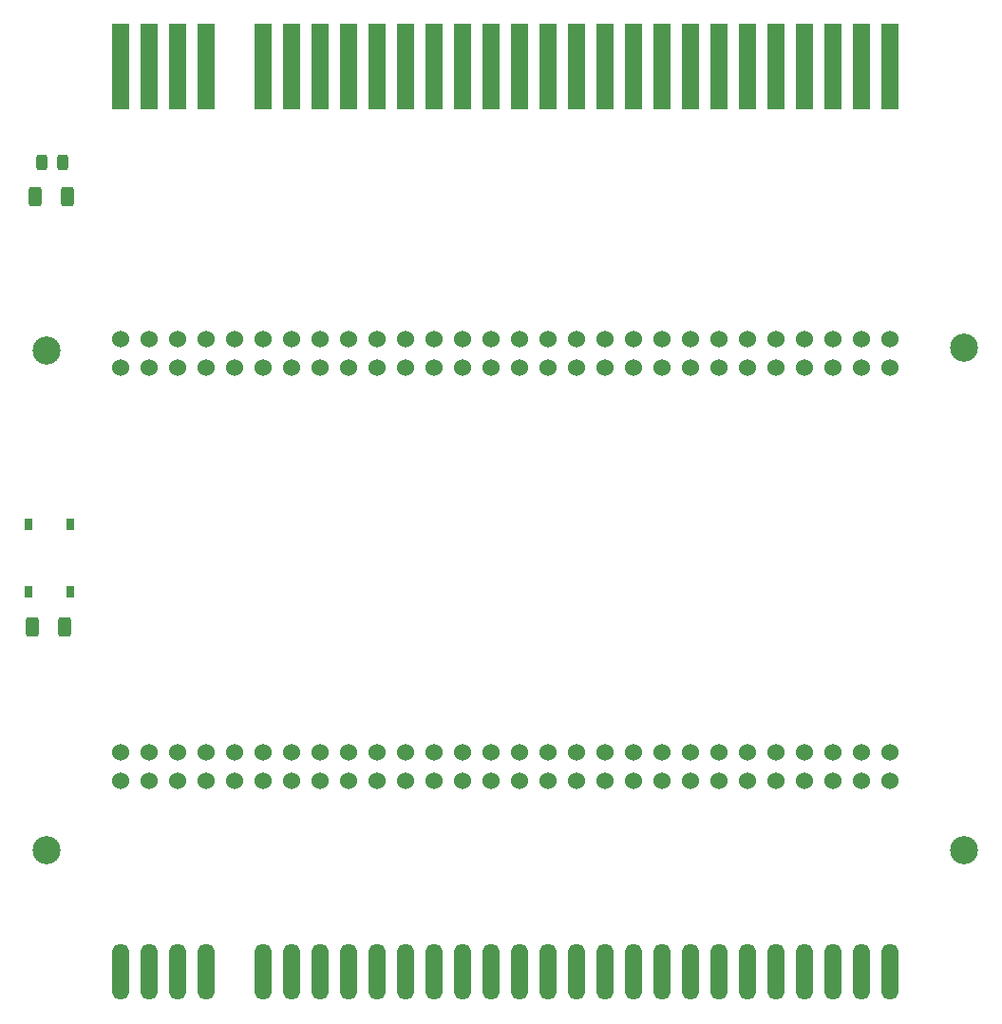
<source format=gbr>
%TF.GenerationSoftware,KiCad,Pcbnew,8.0.0*%
%TF.CreationDate,2024-02-29T19:57:34+01:00*%
%TF.ProjectId,ZX Spectrum_ BUS Expander,5a582053-7065-4637-9472-756d2c204255,rev?*%
%TF.SameCoordinates,Original*%
%TF.FileFunction,Soldermask,Top*%
%TF.FilePolarity,Negative*%
%FSLAX46Y46*%
G04 Gerber Fmt 4.6, Leading zero omitted, Abs format (unit mm)*
G04 Created by KiCad (PCBNEW 8.0.0) date 2024-02-29 19:57:34*
%MOMM*%
%LPD*%
G01*
G04 APERTURE LIST*
G04 Aperture macros list*
%AMRoundRect*
0 Rectangle with rounded corners*
0 $1 Rounding radius*
0 $2 $3 $4 $5 $6 $7 $8 $9 X,Y pos of 4 corners*
0 Add a 4 corners polygon primitive as box body*
4,1,4,$2,$3,$4,$5,$6,$7,$8,$9,$2,$3,0*
0 Add four circle primitives for the rounded corners*
1,1,$1+$1,$2,$3*
1,1,$1+$1,$4,$5*
1,1,$1+$1,$6,$7*
1,1,$1+$1,$8,$9*
0 Add four rect primitives between the rounded corners*
20,1,$1+$1,$2,$3,$4,$5,0*
20,1,$1+$1,$4,$5,$6,$7,0*
20,1,$1+$1,$6,$7,$8,$9,0*
20,1,$1+$1,$8,$9,$2,$3,0*%
G04 Aperture macros list end*
%ADD10C,1.524000*%
%ADD11C,2.500000*%
%ADD12RoundRect,0.250000X-0.312500X-0.625000X0.312500X-0.625000X0.312500X0.625000X-0.312500X0.625000X0*%
%ADD13RoundRect,0.762000X0.000000X-1.738000X0.000000X-1.738000X0.000000X1.738000X0.000000X1.738000X0*%
%ADD14R,1.524000X7.620000*%
%ADD15RoundRect,0.243750X-0.243750X-0.456250X0.243750X-0.456250X0.243750X0.456250X-0.243750X0.456250X0*%
%ADD16R,0.750000X1.000000*%
G04 APERTURE END LIST*
D10*
%TO.C,J1*%
X115646200Y-80010000D03*
X115646200Y-82550000D03*
X105486200Y-82550000D03*
X108026200Y-82550000D03*
X110566200Y-82550000D03*
X113106200Y-82550000D03*
X118186200Y-82550000D03*
X120726200Y-82550000D03*
X123266200Y-82550000D03*
X125806200Y-82550000D03*
X128346200Y-82550000D03*
X130886200Y-82550000D03*
X133426200Y-82550000D03*
X135966200Y-82550000D03*
X138506200Y-82550000D03*
X141046200Y-82550000D03*
X143586200Y-82550000D03*
X146126200Y-82550000D03*
X148666200Y-82550000D03*
X151206200Y-82550000D03*
X153746200Y-82550000D03*
X156286200Y-82550000D03*
X158826200Y-82550000D03*
X161366200Y-82550000D03*
X163906200Y-82550000D03*
X166446200Y-82550000D03*
X168986200Y-82550000D03*
X171526200Y-82550000D03*
X174066200Y-82550000D03*
X105486200Y-80010000D03*
X108026200Y-80010000D03*
X110566200Y-80010000D03*
X113106200Y-80010000D03*
X118186200Y-80010000D03*
X120726200Y-80010000D03*
X123266200Y-80010000D03*
X125806200Y-80010000D03*
X128346200Y-80010000D03*
X130886200Y-80010000D03*
X133426200Y-80010000D03*
X135966200Y-80010000D03*
X138506200Y-80010000D03*
X141046200Y-80010000D03*
X143586200Y-80010000D03*
X146126200Y-80010000D03*
X148666200Y-80010000D03*
X151206200Y-80010000D03*
X153746200Y-80010000D03*
X156286200Y-80010000D03*
X158826200Y-80010000D03*
X161366200Y-80010000D03*
X163906200Y-80010000D03*
X166446200Y-80010000D03*
X168986200Y-80010000D03*
X171526200Y-80010000D03*
X174066200Y-80010000D03*
%TD*%
D11*
%TO.C,H1*%
X180619400Y-125549000D03*
%TD*%
D12*
%TO.C,R1*%
X97536000Y-105664000D03*
X100461000Y-105664000D03*
%TD*%
D13*
%TO.C,Z1*%
X105486200Y-136398000D03*
X108026200Y-136398000D03*
X110566200Y-136398000D03*
X113106200Y-136398000D03*
X118186200Y-136398000D03*
X120726200Y-136398000D03*
X123266200Y-136398000D03*
X125806200Y-136398000D03*
X128346200Y-136398000D03*
X130886200Y-136398000D03*
X133426200Y-136398000D03*
X135966200Y-136398000D03*
X138506200Y-136398000D03*
X141046200Y-136398000D03*
X143586200Y-136398000D03*
X146126200Y-136398000D03*
X148666200Y-136398000D03*
X151206200Y-136398000D03*
X153746200Y-136398000D03*
X156286200Y-136398000D03*
X158826200Y-136398000D03*
X161366200Y-136398000D03*
X163906200Y-136398000D03*
X166446200Y-136398000D03*
X168986200Y-136398000D03*
X171526200Y-136398000D03*
X174066200Y-136398000D03*
%TD*%
D11*
%TO.C,H4*%
X98845200Y-81026000D03*
%TD*%
D10*
%TO.C,J2*%
X115646200Y-116840000D03*
X115646200Y-119380000D03*
X105486200Y-119380000D03*
X108026200Y-119380000D03*
X110566200Y-119380000D03*
X113106200Y-119380000D03*
X118186200Y-119380000D03*
X120726200Y-119380000D03*
X123266200Y-119380000D03*
X125806200Y-119380000D03*
X128346200Y-119380000D03*
X130886200Y-119380000D03*
X133426200Y-119380000D03*
X135966200Y-119380000D03*
X138506200Y-119380000D03*
X141046200Y-119380000D03*
X143586200Y-119380000D03*
X146126200Y-119380000D03*
X148666200Y-119380000D03*
X151206200Y-119380000D03*
X153746200Y-119380000D03*
X156286200Y-119380000D03*
X158826200Y-119380000D03*
X161366200Y-119380000D03*
X163906200Y-119380000D03*
X166446200Y-119380000D03*
X168986200Y-119380000D03*
X171526200Y-119380000D03*
X174066200Y-119380000D03*
X105486200Y-116840000D03*
X108026200Y-116840000D03*
X110566200Y-116840000D03*
X113106200Y-116840000D03*
X118186200Y-116840000D03*
X120726200Y-116840000D03*
X123266200Y-116840000D03*
X125806200Y-116840000D03*
X128346200Y-116840000D03*
X130886200Y-116840000D03*
X133426200Y-116840000D03*
X135966200Y-116840000D03*
X138506200Y-116840000D03*
X141046200Y-116840000D03*
X143586200Y-116840000D03*
X146126200Y-116840000D03*
X148666200Y-116840000D03*
X151206200Y-116840000D03*
X153746200Y-116840000D03*
X156286200Y-116840000D03*
X158826200Y-116840000D03*
X161366200Y-116840000D03*
X163906200Y-116840000D03*
X166446200Y-116840000D03*
X168986200Y-116840000D03*
X171526200Y-116840000D03*
X174066200Y-116840000D03*
%TD*%
D11*
%TO.C,H2*%
X98845200Y-125549000D03*
%TD*%
D14*
%TO.C,Z2*%
X105486200Y-55753000D03*
X108026200Y-55753000D03*
X110566200Y-55753000D03*
X113106200Y-55753000D03*
X118186200Y-55753000D03*
X120726200Y-55753000D03*
X123266200Y-55753000D03*
X125806200Y-55753000D03*
X128346200Y-55753000D03*
X130886200Y-55753000D03*
X133426200Y-55753000D03*
X135966200Y-55753000D03*
X138506200Y-55753000D03*
X141046200Y-55753000D03*
X143586200Y-55753000D03*
X146126200Y-55753000D03*
X148666200Y-55753000D03*
X151206200Y-55753000D03*
X153746200Y-55753000D03*
X156286200Y-55753000D03*
X158826200Y-55753000D03*
X161366200Y-55753000D03*
X163906200Y-55753000D03*
X166446200Y-55753000D03*
X168986200Y-55753000D03*
X171526200Y-55753000D03*
X174066200Y-55753000D03*
%TD*%
D15*
%TO.C,D1*%
X98393500Y-64262000D03*
X100268500Y-64262000D03*
%TD*%
D12*
%TO.C,R2*%
X97790000Y-67310000D03*
X100715000Y-67310000D03*
%TD*%
D16*
%TO.C,SW1*%
X97198800Y-102568000D03*
X97198800Y-96568000D03*
X100948800Y-102568000D03*
X100948800Y-96568000D03*
%TD*%
D11*
%TO.C,H3*%
X180619400Y-80772000D03*
%TD*%
M02*

</source>
